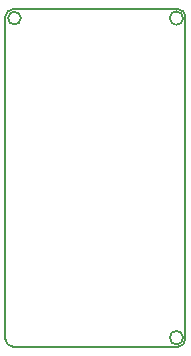
<source format=gbr>
G04 #@! TF.FileFunction,Profile,NP*
%FSLAX46Y46*%
G04 Gerber Fmt 4.6, Leading zero omitted, Abs format (unit mm)*
G04 Created by KiCad (PCBNEW 4.0.4-stable) date 04/18/19 21:09:23*
%MOMM*%
%LPD*%
G01*
G04 APERTURE LIST*
%ADD10C,0.100000*%
%ADD11C,0.150000*%
G04 APERTURE END LIST*
D10*
D11*
X125535961Y-103378000D02*
G75*
G03X125535961Y-103378000I-567961J0D01*
G01*
X125535961Y-76327000D02*
G75*
G03X125535961Y-76327000I-567961J0D01*
G01*
X111790815Y-76327000D02*
G75*
G03X111790815Y-76327000I-538815J0D01*
G01*
X125095000Y-104140000D02*
G75*
G03X125730000Y-103505000I0J635000D01*
G01*
X110490000Y-103505000D02*
G75*
G03X111125000Y-104140000I635000J0D01*
G01*
X111125000Y-75565000D02*
G75*
G03X110490000Y-76200000I0J-635000D01*
G01*
X125730000Y-76200000D02*
G75*
G03X125095000Y-75565000I-635000J0D01*
G01*
X125095000Y-75565000D02*
X111125000Y-75565000D01*
X125730000Y-103505000D02*
X125730000Y-76200000D01*
X111125000Y-104140000D02*
X125095000Y-104140000D01*
X110490000Y-76200000D02*
X110490000Y-103505000D01*
M02*

</source>
